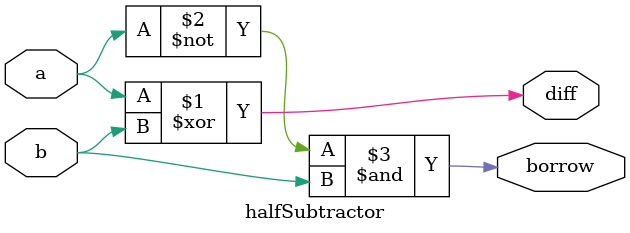
<source format=v>
`timescale 1ns / 1ps
module halfSubtractor(diff, borrow, a, b);
    output diff;
    output borrow;
    input a;
    input b;
	 
	 assign diff= a^b;
	 assign borrow= ( (~a) & b );


endmodule

</source>
